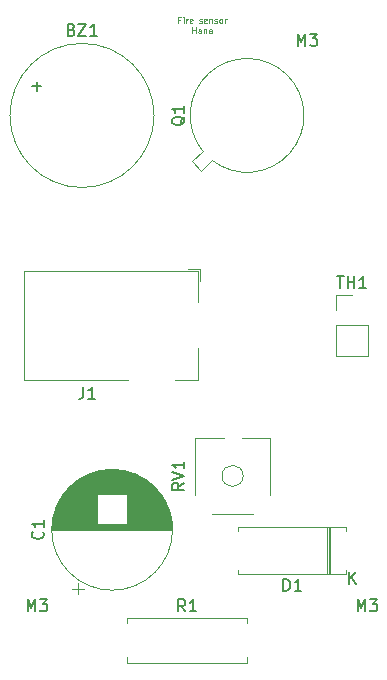
<source format=gbr>
%TF.GenerationSoftware,KiCad,Pcbnew,(5.1.9)-1*%
%TF.CreationDate,2021-02-15T18:03:07+09:00*%
%TF.ProjectId,test3_testProject,74657374-335f-4746-9573-7450726f6a65,rev?*%
%TF.SameCoordinates,Original*%
%TF.FileFunction,Legend,Top*%
%TF.FilePolarity,Positive*%
%FSLAX46Y46*%
G04 Gerber Fmt 4.6, Leading zero omitted, Abs format (unit mm)*
G04 Created by KiCad (PCBNEW (5.1.9)-1) date 2021-02-15 18:03:07*
%MOMM*%
%LPD*%
G01*
G04 APERTURE LIST*
%ADD10C,0.125000*%
%ADD11C,0.120000*%
%ADD12C,0.150000*%
G04 APERTURE END LIST*
D10*
X139136666Y-33816785D02*
X138970000Y-33816785D01*
X138970000Y-34078690D02*
X138970000Y-33578690D01*
X139208095Y-33578690D01*
X139398571Y-34078690D02*
X139398571Y-33745357D01*
X139398571Y-33578690D02*
X139374761Y-33602500D01*
X139398571Y-33626309D01*
X139422380Y-33602500D01*
X139398571Y-33578690D01*
X139398571Y-33626309D01*
X139636666Y-34078690D02*
X139636666Y-33745357D01*
X139636666Y-33840595D02*
X139660476Y-33792976D01*
X139684285Y-33769166D01*
X139731904Y-33745357D01*
X139779523Y-33745357D01*
X140136666Y-34054880D02*
X140089047Y-34078690D01*
X139993809Y-34078690D01*
X139946190Y-34054880D01*
X139922380Y-34007261D01*
X139922380Y-33816785D01*
X139946190Y-33769166D01*
X139993809Y-33745357D01*
X140089047Y-33745357D01*
X140136666Y-33769166D01*
X140160476Y-33816785D01*
X140160476Y-33864404D01*
X139922380Y-33912023D01*
X140731904Y-34054880D02*
X140779523Y-34078690D01*
X140874761Y-34078690D01*
X140922380Y-34054880D01*
X140946190Y-34007261D01*
X140946190Y-33983452D01*
X140922380Y-33935833D01*
X140874761Y-33912023D01*
X140803333Y-33912023D01*
X140755714Y-33888214D01*
X140731904Y-33840595D01*
X140731904Y-33816785D01*
X140755714Y-33769166D01*
X140803333Y-33745357D01*
X140874761Y-33745357D01*
X140922380Y-33769166D01*
X141350952Y-34054880D02*
X141303333Y-34078690D01*
X141208095Y-34078690D01*
X141160476Y-34054880D01*
X141136666Y-34007261D01*
X141136666Y-33816785D01*
X141160476Y-33769166D01*
X141208095Y-33745357D01*
X141303333Y-33745357D01*
X141350952Y-33769166D01*
X141374761Y-33816785D01*
X141374761Y-33864404D01*
X141136666Y-33912023D01*
X141589047Y-33745357D02*
X141589047Y-34078690D01*
X141589047Y-33792976D02*
X141612857Y-33769166D01*
X141660476Y-33745357D01*
X141731904Y-33745357D01*
X141779523Y-33769166D01*
X141803333Y-33816785D01*
X141803333Y-34078690D01*
X142017619Y-34054880D02*
X142065238Y-34078690D01*
X142160476Y-34078690D01*
X142208095Y-34054880D01*
X142231904Y-34007261D01*
X142231904Y-33983452D01*
X142208095Y-33935833D01*
X142160476Y-33912023D01*
X142089047Y-33912023D01*
X142041428Y-33888214D01*
X142017619Y-33840595D01*
X142017619Y-33816785D01*
X142041428Y-33769166D01*
X142089047Y-33745357D01*
X142160476Y-33745357D01*
X142208095Y-33769166D01*
X142517619Y-34078690D02*
X142470000Y-34054880D01*
X142446190Y-34031071D01*
X142422380Y-33983452D01*
X142422380Y-33840595D01*
X142446190Y-33792976D01*
X142470000Y-33769166D01*
X142517619Y-33745357D01*
X142589047Y-33745357D01*
X142636666Y-33769166D01*
X142660476Y-33792976D01*
X142684285Y-33840595D01*
X142684285Y-33983452D01*
X142660476Y-34031071D01*
X142636666Y-34054880D01*
X142589047Y-34078690D01*
X142517619Y-34078690D01*
X142898571Y-34078690D02*
X142898571Y-33745357D01*
X142898571Y-33840595D02*
X142922380Y-33792976D01*
X142946190Y-33769166D01*
X142993809Y-33745357D01*
X143041428Y-33745357D01*
X140148571Y-34953690D02*
X140148571Y-34453690D01*
X140148571Y-34691785D02*
X140434285Y-34691785D01*
X140434285Y-34953690D02*
X140434285Y-34453690D01*
X140886666Y-34953690D02*
X140886666Y-34691785D01*
X140862857Y-34644166D01*
X140815238Y-34620357D01*
X140720000Y-34620357D01*
X140672380Y-34644166D01*
X140886666Y-34929880D02*
X140839047Y-34953690D01*
X140720000Y-34953690D01*
X140672380Y-34929880D01*
X140648571Y-34882261D01*
X140648571Y-34834642D01*
X140672380Y-34787023D01*
X140720000Y-34763214D01*
X140839047Y-34763214D01*
X140886666Y-34739404D01*
X141124761Y-34620357D02*
X141124761Y-34953690D01*
X141124761Y-34667976D02*
X141148571Y-34644166D01*
X141196190Y-34620357D01*
X141267619Y-34620357D01*
X141315238Y-34644166D01*
X141339047Y-34691785D01*
X141339047Y-34953690D01*
X141791428Y-34953690D02*
X141791428Y-34691785D01*
X141767619Y-34644166D01*
X141720000Y-34620357D01*
X141624761Y-34620357D01*
X141577142Y-34644166D01*
X141791428Y-34929880D02*
X141743809Y-34953690D01*
X141624761Y-34953690D01*
X141577142Y-34929880D01*
X141553333Y-34882261D01*
X141553333Y-34834642D01*
X141577142Y-34787023D01*
X141624761Y-34763214D01*
X141743809Y-34763214D01*
X141791428Y-34739404D01*
D11*
%TO.C,BZ1*%
X136900000Y-41910000D02*
G75*
G03*
X136900000Y-41910000I-6100000J0D01*
G01*
%TO.C,C1*%
X129975000Y-81969646D02*
X130975000Y-81969646D01*
X130475000Y-82469646D02*
X130475000Y-81469646D01*
X132751000Y-71909000D02*
X133949000Y-71909000D01*
X132488000Y-71949000D02*
X134212000Y-71949000D01*
X132288000Y-71989000D02*
X134412000Y-71989000D01*
X132120000Y-72029000D02*
X134580000Y-72029000D01*
X131972000Y-72069000D02*
X134728000Y-72069000D01*
X131840000Y-72109000D02*
X134860000Y-72109000D01*
X131720000Y-72149000D02*
X134980000Y-72149000D01*
X131608000Y-72189000D02*
X135092000Y-72189000D01*
X131504000Y-72229000D02*
X135196000Y-72229000D01*
X131406000Y-72269000D02*
X135294000Y-72269000D01*
X131313000Y-72309000D02*
X135387000Y-72309000D01*
X131225000Y-72349000D02*
X135475000Y-72349000D01*
X131141000Y-72389000D02*
X135559000Y-72389000D01*
X131061000Y-72429000D02*
X135639000Y-72429000D01*
X130985000Y-72469000D02*
X135715000Y-72469000D01*
X130911000Y-72509000D02*
X135789000Y-72509000D01*
X130840000Y-72549000D02*
X135860000Y-72549000D01*
X130771000Y-72589000D02*
X135929000Y-72589000D01*
X130705000Y-72629000D02*
X135995000Y-72629000D01*
X130641000Y-72669000D02*
X136059000Y-72669000D01*
X130580000Y-72709000D02*
X136120000Y-72709000D01*
X130520000Y-72749000D02*
X136180000Y-72749000D01*
X130461000Y-72789000D02*
X136239000Y-72789000D01*
X130405000Y-72829000D02*
X136295000Y-72829000D01*
X130350000Y-72869000D02*
X136350000Y-72869000D01*
X130296000Y-72909000D02*
X136404000Y-72909000D01*
X130244000Y-72949000D02*
X136456000Y-72949000D01*
X130194000Y-72989000D02*
X136506000Y-72989000D01*
X130144000Y-73029000D02*
X136556000Y-73029000D01*
X130096000Y-73069000D02*
X136604000Y-73069000D01*
X130049000Y-73109000D02*
X136651000Y-73109000D01*
X130003000Y-73149000D02*
X136697000Y-73149000D01*
X129958000Y-73189000D02*
X136742000Y-73189000D01*
X129914000Y-73229000D02*
X136786000Y-73229000D01*
X129872000Y-73269000D02*
X136828000Y-73269000D01*
X129830000Y-73309000D02*
X136870000Y-73309000D01*
X129789000Y-73349000D02*
X136911000Y-73349000D01*
X129749000Y-73389000D02*
X136951000Y-73389000D01*
X129710000Y-73429000D02*
X136990000Y-73429000D01*
X129671000Y-73469000D02*
X137029000Y-73469000D01*
X129634000Y-73509000D02*
X137066000Y-73509000D01*
X129597000Y-73549000D02*
X137103000Y-73549000D01*
X129561000Y-73589000D02*
X137139000Y-73589000D01*
X129526000Y-73629000D02*
X137174000Y-73629000D01*
X129492000Y-73669000D02*
X137208000Y-73669000D01*
X129458000Y-73709000D02*
X137242000Y-73709000D01*
X129425000Y-73749000D02*
X137275000Y-73749000D01*
X129393000Y-73789000D02*
X137307000Y-73789000D01*
X129361000Y-73829000D02*
X137339000Y-73829000D01*
X129330000Y-73869000D02*
X137370000Y-73869000D01*
X129300000Y-73909000D02*
X137400000Y-73909000D01*
X129270000Y-73949000D02*
X137430000Y-73949000D01*
X129240000Y-73989000D02*
X137460000Y-73989000D01*
X134591000Y-74029000D02*
X137488000Y-74029000D01*
X129212000Y-74029000D02*
X132109000Y-74029000D01*
X134591000Y-74069000D02*
X137516000Y-74069000D01*
X129184000Y-74069000D02*
X132109000Y-74069000D01*
X134591000Y-74109000D02*
X137544000Y-74109000D01*
X129156000Y-74109000D02*
X132109000Y-74109000D01*
X134591000Y-74149000D02*
X137571000Y-74149000D01*
X129129000Y-74149000D02*
X132109000Y-74149000D01*
X134591000Y-74189000D02*
X137597000Y-74189000D01*
X129103000Y-74189000D02*
X132109000Y-74189000D01*
X134591000Y-74229000D02*
X137623000Y-74229000D01*
X129077000Y-74229000D02*
X132109000Y-74229000D01*
X134591000Y-74269000D02*
X137648000Y-74269000D01*
X129052000Y-74269000D02*
X132109000Y-74269000D01*
X134591000Y-74309000D02*
X137673000Y-74309000D01*
X129027000Y-74309000D02*
X132109000Y-74309000D01*
X134591000Y-74349000D02*
X137697000Y-74349000D01*
X129003000Y-74349000D02*
X132109000Y-74349000D01*
X134591000Y-74389000D02*
X137721000Y-74389000D01*
X128979000Y-74389000D02*
X132109000Y-74389000D01*
X134591000Y-74429000D02*
X137745000Y-74429000D01*
X128955000Y-74429000D02*
X132109000Y-74429000D01*
X134591000Y-74469000D02*
X137767000Y-74469000D01*
X128933000Y-74469000D02*
X132109000Y-74469000D01*
X134591000Y-74509000D02*
X137790000Y-74509000D01*
X128910000Y-74509000D02*
X132109000Y-74509000D01*
X134591000Y-74549000D02*
X137812000Y-74549000D01*
X128888000Y-74549000D02*
X132109000Y-74549000D01*
X134591000Y-74589000D02*
X137833000Y-74589000D01*
X128867000Y-74589000D02*
X132109000Y-74589000D01*
X134591000Y-74629000D02*
X137854000Y-74629000D01*
X128846000Y-74629000D02*
X132109000Y-74629000D01*
X134591000Y-74669000D02*
X137875000Y-74669000D01*
X128825000Y-74669000D02*
X132109000Y-74669000D01*
X134591000Y-74709000D02*
X137895000Y-74709000D01*
X128805000Y-74709000D02*
X132109000Y-74709000D01*
X134591000Y-74749000D02*
X137914000Y-74749000D01*
X128786000Y-74749000D02*
X132109000Y-74749000D01*
X134591000Y-74789000D02*
X137934000Y-74789000D01*
X128766000Y-74789000D02*
X132109000Y-74789000D01*
X134591000Y-74829000D02*
X137953000Y-74829000D01*
X128747000Y-74829000D02*
X132109000Y-74829000D01*
X134591000Y-74869000D02*
X137971000Y-74869000D01*
X128729000Y-74869000D02*
X132109000Y-74869000D01*
X134591000Y-74909000D02*
X137989000Y-74909000D01*
X128711000Y-74909000D02*
X132109000Y-74909000D01*
X134591000Y-74949000D02*
X138007000Y-74949000D01*
X128693000Y-74949000D02*
X132109000Y-74949000D01*
X134591000Y-74989000D02*
X138024000Y-74989000D01*
X128676000Y-74989000D02*
X132109000Y-74989000D01*
X134591000Y-75029000D02*
X138040000Y-75029000D01*
X128660000Y-75029000D02*
X132109000Y-75029000D01*
X134591000Y-75069000D02*
X138057000Y-75069000D01*
X128643000Y-75069000D02*
X132109000Y-75069000D01*
X134591000Y-75109000D02*
X138073000Y-75109000D01*
X128627000Y-75109000D02*
X132109000Y-75109000D01*
X134591000Y-75149000D02*
X138088000Y-75149000D01*
X128612000Y-75149000D02*
X132109000Y-75149000D01*
X134591000Y-75189000D02*
X138104000Y-75189000D01*
X128596000Y-75189000D02*
X132109000Y-75189000D01*
X134591000Y-75229000D02*
X138118000Y-75229000D01*
X128582000Y-75229000D02*
X132109000Y-75229000D01*
X134591000Y-75269000D02*
X138133000Y-75269000D01*
X128567000Y-75269000D02*
X132109000Y-75269000D01*
X134591000Y-75309000D02*
X138147000Y-75309000D01*
X128553000Y-75309000D02*
X132109000Y-75309000D01*
X134591000Y-75349000D02*
X138161000Y-75349000D01*
X128539000Y-75349000D02*
X132109000Y-75349000D01*
X134591000Y-75389000D02*
X138174000Y-75389000D01*
X128526000Y-75389000D02*
X132109000Y-75389000D01*
X134591000Y-75429000D02*
X138187000Y-75429000D01*
X128513000Y-75429000D02*
X132109000Y-75429000D01*
X134591000Y-75469000D02*
X138200000Y-75469000D01*
X128500000Y-75469000D02*
X132109000Y-75469000D01*
X134591000Y-75509000D02*
X138212000Y-75509000D01*
X128488000Y-75509000D02*
X132109000Y-75509000D01*
X134591000Y-75549000D02*
X138224000Y-75549000D01*
X128476000Y-75549000D02*
X132109000Y-75549000D01*
X134591000Y-75589000D02*
X138235000Y-75589000D01*
X128465000Y-75589000D02*
X132109000Y-75589000D01*
X134591000Y-75629000D02*
X138247000Y-75629000D01*
X128453000Y-75629000D02*
X132109000Y-75629000D01*
X134591000Y-75669000D02*
X138257000Y-75669000D01*
X128443000Y-75669000D02*
X132109000Y-75669000D01*
X134591000Y-75709000D02*
X138268000Y-75709000D01*
X128432000Y-75709000D02*
X132109000Y-75709000D01*
X134591000Y-75749000D02*
X138278000Y-75749000D01*
X128422000Y-75749000D02*
X132109000Y-75749000D01*
X134591000Y-75789000D02*
X138288000Y-75789000D01*
X128412000Y-75789000D02*
X132109000Y-75789000D01*
X134591000Y-75829000D02*
X138297000Y-75829000D01*
X128403000Y-75829000D02*
X132109000Y-75829000D01*
X134591000Y-75869000D02*
X138306000Y-75869000D01*
X128394000Y-75869000D02*
X132109000Y-75869000D01*
X134591000Y-75909000D02*
X138315000Y-75909000D01*
X128385000Y-75909000D02*
X132109000Y-75909000D01*
X134591000Y-75949000D02*
X138324000Y-75949000D01*
X128376000Y-75949000D02*
X132109000Y-75949000D01*
X134591000Y-75989000D02*
X138332000Y-75989000D01*
X128368000Y-75989000D02*
X132109000Y-75989000D01*
X134591000Y-76029000D02*
X138340000Y-76029000D01*
X128360000Y-76029000D02*
X132109000Y-76029000D01*
X134591000Y-76069000D02*
X138347000Y-76069000D01*
X128353000Y-76069000D02*
X132109000Y-76069000D01*
X134591000Y-76109000D02*
X138354000Y-76109000D01*
X128346000Y-76109000D02*
X132109000Y-76109000D01*
X134591000Y-76149000D02*
X138361000Y-76149000D01*
X128339000Y-76149000D02*
X132109000Y-76149000D01*
X134591000Y-76189000D02*
X138368000Y-76189000D01*
X128332000Y-76189000D02*
X132109000Y-76189000D01*
X134591000Y-76229000D02*
X138374000Y-76229000D01*
X128326000Y-76229000D02*
X132109000Y-76229000D01*
X134591000Y-76269000D02*
X138380000Y-76269000D01*
X128320000Y-76269000D02*
X132109000Y-76269000D01*
X134591000Y-76310000D02*
X138385000Y-76310000D01*
X128315000Y-76310000D02*
X132109000Y-76310000D01*
X134591000Y-76350000D02*
X138390000Y-76350000D01*
X128310000Y-76350000D02*
X132109000Y-76350000D01*
X134591000Y-76390000D02*
X138395000Y-76390000D01*
X128305000Y-76390000D02*
X132109000Y-76390000D01*
X134591000Y-76430000D02*
X138400000Y-76430000D01*
X128300000Y-76430000D02*
X132109000Y-76430000D01*
X134591000Y-76470000D02*
X138404000Y-76470000D01*
X128296000Y-76470000D02*
X132109000Y-76470000D01*
X128292000Y-76510000D02*
X138408000Y-76510000D01*
X128288000Y-76550000D02*
X138412000Y-76550000D01*
X128285000Y-76590000D02*
X138415000Y-76590000D01*
X128282000Y-76630000D02*
X138418000Y-76630000D01*
X128280000Y-76670000D02*
X138420000Y-76670000D01*
X128277000Y-76710000D02*
X138423000Y-76710000D01*
X128275000Y-76750000D02*
X138425000Y-76750000D01*
X128273000Y-76790000D02*
X138427000Y-76790000D01*
X128272000Y-76830000D02*
X138428000Y-76830000D01*
X128271000Y-76870000D02*
X138429000Y-76870000D01*
X128270000Y-76910000D02*
X138430000Y-76910000D01*
X128270000Y-76950000D02*
X138430000Y-76950000D01*
X128270000Y-76990000D02*
X138430000Y-76990000D01*
X138470000Y-76990000D02*
G75*
G03*
X138470000Y-76990000I-5120000J0D01*
G01*
%TO.C,D1*%
X151825000Y-80710000D02*
X151825000Y-76770000D01*
X151585000Y-80710000D02*
X151585000Y-76770000D01*
X151705000Y-80710000D02*
X151705000Y-76770000D01*
X144020000Y-76770000D02*
X144020000Y-77100000D01*
X153160000Y-76770000D02*
X144020000Y-76770000D01*
X153160000Y-77100000D02*
X153160000Y-76770000D01*
X144020000Y-80710000D02*
X144020000Y-80380000D01*
X153160000Y-80710000D02*
X144020000Y-80710000D01*
X153160000Y-80380000D02*
X153160000Y-80710000D01*
%TO.C,J1*%
X140600000Y-55090000D02*
X140600000Y-57690000D01*
X125900000Y-55090000D02*
X140600000Y-55090000D01*
X140600000Y-64290000D02*
X138700000Y-64290000D01*
X140600000Y-61590000D02*
X140600000Y-64290000D01*
X125900000Y-64290000D02*
X125900000Y-55090000D01*
X134700000Y-64290000D02*
X125900000Y-64290000D01*
X139750000Y-54890000D02*
X140800000Y-54890000D01*
X140800000Y-55940000D02*
X140800000Y-54890000D01*
%TO.C,Q1*%
X140891961Y-46575856D02*
X141782916Y-45684902D01*
X140114144Y-45798039D02*
X140891961Y-46575856D01*
X141005098Y-44907084D02*
X140114144Y-45798039D01*
X141782629Y-45684674D02*
G75*
G03*
X141005098Y-44907084I2997371J3774674D01*
G01*
%TO.C,R1*%
X144770000Y-88280000D02*
X144770000Y-87800000D01*
X134630000Y-88280000D02*
X144770000Y-88280000D01*
X134630000Y-87800000D02*
X134630000Y-88280000D01*
X144770000Y-84440000D02*
X144770000Y-84920000D01*
X134630000Y-84440000D02*
X144770000Y-84440000D01*
X134630000Y-84920000D02*
X134630000Y-84440000D01*
%TO.C,RV1*%
X144308000Y-69220000D02*
X146760000Y-69220000D01*
X140340000Y-69220000D02*
X142793000Y-69220000D01*
X141808000Y-75640000D02*
X145293000Y-75640000D01*
X146760000Y-74057000D02*
X146760000Y-69220000D01*
X140340000Y-74057000D02*
X140340000Y-69220000D01*
X144450000Y-72430000D02*
G75*
G03*
X144450000Y-72430000I-900000J0D01*
G01*
%TO.C,TH1*%
X152340000Y-57090000D02*
X153670000Y-57090000D01*
X152340000Y-58420000D02*
X152340000Y-57090000D01*
X152340000Y-59690000D02*
X155000000Y-59690000D01*
X155000000Y-59690000D02*
X155000000Y-62290000D01*
X152340000Y-59690000D02*
X152340000Y-62290000D01*
X152340000Y-62290000D02*
X155000000Y-62290000D01*
%TO.C,M3*%
D12*
X154130476Y-83882380D02*
X154130476Y-82882380D01*
X154463809Y-83596666D01*
X154797142Y-82882380D01*
X154797142Y-83882380D01*
X155178095Y-82882380D02*
X155797142Y-82882380D01*
X155463809Y-83263333D01*
X155606666Y-83263333D01*
X155701904Y-83310952D01*
X155749523Y-83358571D01*
X155797142Y-83453809D01*
X155797142Y-83691904D01*
X155749523Y-83787142D01*
X155701904Y-83834761D01*
X155606666Y-83882380D01*
X155320952Y-83882380D01*
X155225714Y-83834761D01*
X155178095Y-83787142D01*
X126190476Y-83882380D02*
X126190476Y-82882380D01*
X126523809Y-83596666D01*
X126857142Y-82882380D01*
X126857142Y-83882380D01*
X127238095Y-82882380D02*
X127857142Y-82882380D01*
X127523809Y-83263333D01*
X127666666Y-83263333D01*
X127761904Y-83310952D01*
X127809523Y-83358571D01*
X127857142Y-83453809D01*
X127857142Y-83691904D01*
X127809523Y-83787142D01*
X127761904Y-83834761D01*
X127666666Y-83882380D01*
X127380952Y-83882380D01*
X127285714Y-83834761D01*
X127238095Y-83787142D01*
X149050476Y-36012380D02*
X149050476Y-35012380D01*
X149383809Y-35726666D01*
X149717142Y-35012380D01*
X149717142Y-36012380D01*
X150098095Y-35012380D02*
X150717142Y-35012380D01*
X150383809Y-35393333D01*
X150526666Y-35393333D01*
X150621904Y-35440952D01*
X150669523Y-35488571D01*
X150717142Y-35583809D01*
X150717142Y-35821904D01*
X150669523Y-35917142D01*
X150621904Y-35964761D01*
X150526666Y-36012380D01*
X150240952Y-36012380D01*
X150145714Y-35964761D01*
X150098095Y-35917142D01*
%TO.C,BZ1*%
X129919047Y-34638571D02*
X130061904Y-34686190D01*
X130109523Y-34733809D01*
X130157142Y-34829047D01*
X130157142Y-34971904D01*
X130109523Y-35067142D01*
X130061904Y-35114761D01*
X129966666Y-35162380D01*
X129585714Y-35162380D01*
X129585714Y-34162380D01*
X129919047Y-34162380D01*
X130014285Y-34210000D01*
X130061904Y-34257619D01*
X130109523Y-34352857D01*
X130109523Y-34448095D01*
X130061904Y-34543333D01*
X130014285Y-34590952D01*
X129919047Y-34638571D01*
X129585714Y-34638571D01*
X130490476Y-34162380D02*
X131157142Y-34162380D01*
X130490476Y-35162380D01*
X131157142Y-35162380D01*
X132061904Y-35162380D02*
X131490476Y-35162380D01*
X131776190Y-35162380D02*
X131776190Y-34162380D01*
X131680952Y-34305238D01*
X131585714Y-34400476D01*
X131490476Y-34448095D01*
X126609047Y-39441428D02*
X127370952Y-39441428D01*
X126990000Y-39822380D02*
X126990000Y-39060476D01*
%TO.C,C1*%
X127457142Y-77156666D02*
X127504761Y-77204285D01*
X127552380Y-77347142D01*
X127552380Y-77442380D01*
X127504761Y-77585238D01*
X127409523Y-77680476D01*
X127314285Y-77728095D01*
X127123809Y-77775714D01*
X126980952Y-77775714D01*
X126790476Y-77728095D01*
X126695238Y-77680476D01*
X126600000Y-77585238D01*
X126552380Y-77442380D01*
X126552380Y-77347142D01*
X126600000Y-77204285D01*
X126647619Y-77156666D01*
X127552380Y-76204285D02*
X127552380Y-76775714D01*
X127552380Y-76490000D02*
X126552380Y-76490000D01*
X126695238Y-76585238D01*
X126790476Y-76680476D01*
X126838095Y-76775714D01*
%TO.C,D1*%
X147851904Y-82162380D02*
X147851904Y-81162380D01*
X148090000Y-81162380D01*
X148232857Y-81210000D01*
X148328095Y-81305238D01*
X148375714Y-81400476D01*
X148423333Y-81590952D01*
X148423333Y-81733809D01*
X148375714Y-81924285D01*
X148328095Y-82019523D01*
X148232857Y-82114761D01*
X148090000Y-82162380D01*
X147851904Y-82162380D01*
X149375714Y-82162380D02*
X148804285Y-82162380D01*
X149090000Y-82162380D02*
X149090000Y-81162380D01*
X148994761Y-81305238D01*
X148899523Y-81400476D01*
X148804285Y-81448095D01*
X153408095Y-81592380D02*
X153408095Y-80592380D01*
X153979523Y-81592380D02*
X153550952Y-81020952D01*
X153979523Y-80592380D02*
X153408095Y-81163809D01*
%TO.C,J1*%
X130916666Y-64892380D02*
X130916666Y-65606666D01*
X130869047Y-65749523D01*
X130773809Y-65844761D01*
X130630952Y-65892380D01*
X130535714Y-65892380D01*
X131916666Y-65892380D02*
X131345238Y-65892380D01*
X131630952Y-65892380D02*
X131630952Y-64892380D01*
X131535714Y-65035238D01*
X131440476Y-65130476D01*
X131345238Y-65178095D01*
%TO.C,Q1*%
X139507619Y-42005238D02*
X139460000Y-42100476D01*
X139364761Y-42195714D01*
X139221904Y-42338571D01*
X139174285Y-42433809D01*
X139174285Y-42529047D01*
X139412380Y-42481428D02*
X139364761Y-42576666D01*
X139269523Y-42671904D01*
X139079047Y-42719523D01*
X138745714Y-42719523D01*
X138555238Y-42671904D01*
X138460000Y-42576666D01*
X138412380Y-42481428D01*
X138412380Y-42290952D01*
X138460000Y-42195714D01*
X138555238Y-42100476D01*
X138745714Y-42052857D01*
X139079047Y-42052857D01*
X139269523Y-42100476D01*
X139364761Y-42195714D01*
X139412380Y-42290952D01*
X139412380Y-42481428D01*
X139412380Y-41100476D02*
X139412380Y-41671904D01*
X139412380Y-41386190D02*
X138412380Y-41386190D01*
X138555238Y-41481428D01*
X138650476Y-41576666D01*
X138698095Y-41671904D01*
%TO.C,R1*%
X139533333Y-83892380D02*
X139200000Y-83416190D01*
X138961904Y-83892380D02*
X138961904Y-82892380D01*
X139342857Y-82892380D01*
X139438095Y-82940000D01*
X139485714Y-82987619D01*
X139533333Y-83082857D01*
X139533333Y-83225714D01*
X139485714Y-83320952D01*
X139438095Y-83368571D01*
X139342857Y-83416190D01*
X138961904Y-83416190D01*
X140485714Y-83892380D02*
X139914285Y-83892380D01*
X140200000Y-83892380D02*
X140200000Y-82892380D01*
X140104761Y-83035238D01*
X140009523Y-83130476D01*
X139914285Y-83178095D01*
%TO.C,RV1*%
X139442380Y-73025238D02*
X138966190Y-73358571D01*
X139442380Y-73596666D02*
X138442380Y-73596666D01*
X138442380Y-73215714D01*
X138490000Y-73120476D01*
X138537619Y-73072857D01*
X138632857Y-73025238D01*
X138775714Y-73025238D01*
X138870952Y-73072857D01*
X138918571Y-73120476D01*
X138966190Y-73215714D01*
X138966190Y-73596666D01*
X138442380Y-72739523D02*
X139442380Y-72406190D01*
X138442380Y-72072857D01*
X139442380Y-71215714D02*
X139442380Y-71787142D01*
X139442380Y-71501428D02*
X138442380Y-71501428D01*
X138585238Y-71596666D01*
X138680476Y-71691904D01*
X138728095Y-71787142D01*
%TO.C,TH1*%
X152384285Y-55542380D02*
X152955714Y-55542380D01*
X152670000Y-56542380D02*
X152670000Y-55542380D01*
X153289047Y-56542380D02*
X153289047Y-55542380D01*
X153289047Y-56018571D02*
X153860476Y-56018571D01*
X153860476Y-56542380D02*
X153860476Y-55542380D01*
X154860476Y-56542380D02*
X154289047Y-56542380D01*
X154574761Y-56542380D02*
X154574761Y-55542380D01*
X154479523Y-55685238D01*
X154384285Y-55780476D01*
X154289047Y-55828095D01*
%TD*%
M02*

</source>
